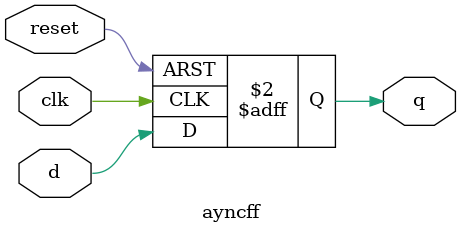
<source format=sv>
module ayncff (
    input logic clk,         // Clock input
    input logic reset,       // Asynchronous reset input
    input logic d,           // Data input
    output logic q           // Output
);

    // Asynchronous reset and clocked behavior
    always_ff @(posedge clk or posedge reset) begin
        if (reset)           // When reset is high, asynchronously reset q
            q <= 0;          // Set q to 0 (or any other predefined value)
        else
            q <= d;          // Otherwise, on the rising edge of clk, transfer d to q
    end

endmodule

</source>
